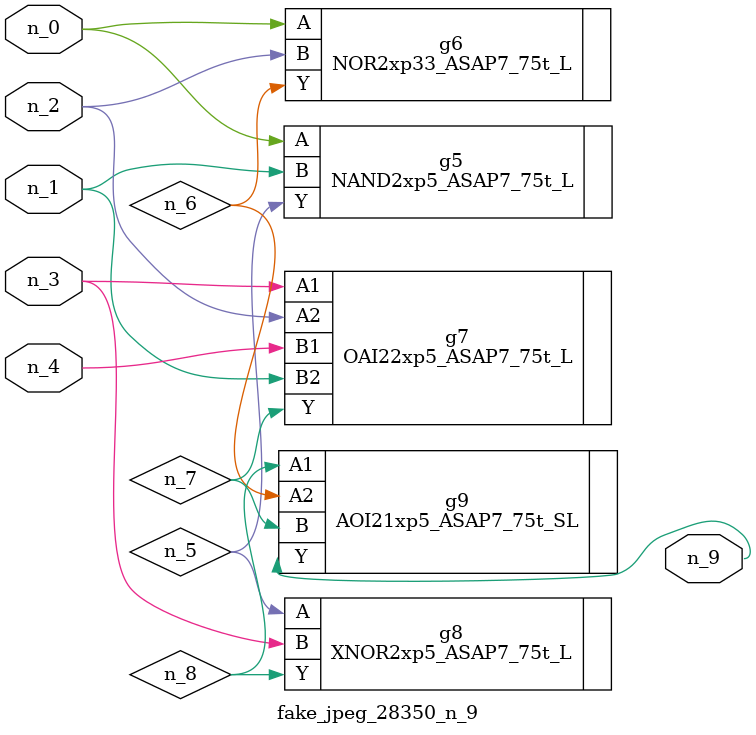
<source format=v>
module fake_jpeg_28350_n_9 (n_3, n_2, n_1, n_0, n_4, n_9);

input n_3;
input n_2;
input n_1;
input n_0;
input n_4;

output n_9;

wire n_8;
wire n_6;
wire n_5;
wire n_7;

NAND2xp5_ASAP7_75t_L g5 ( 
.A(n_0),
.B(n_1),
.Y(n_5)
);

NOR2xp33_ASAP7_75t_L g6 ( 
.A(n_0),
.B(n_2),
.Y(n_6)
);

OAI22xp5_ASAP7_75t_L g7 ( 
.A1(n_3),
.A2(n_2),
.B1(n_4),
.B2(n_1),
.Y(n_7)
);

XNOR2xp5_ASAP7_75t_L g8 ( 
.A(n_5),
.B(n_3),
.Y(n_8)
);

AOI21xp5_ASAP7_75t_SL g9 ( 
.A1(n_8),
.A2(n_6),
.B(n_7),
.Y(n_9)
);


endmodule
</source>
